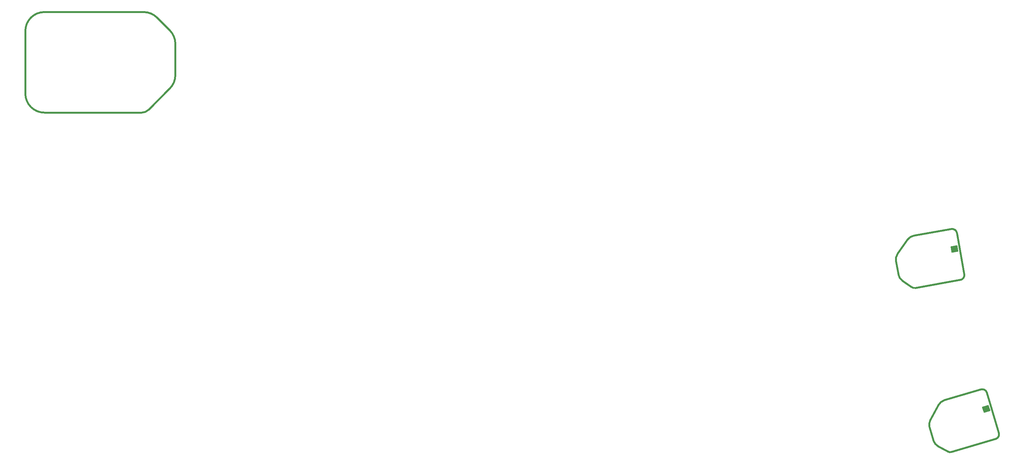
<source format=gbr>
*
G4_C Author: OrCAD GerbTool(tm) 8.1.1 Thu Jun 19 00:37:16 2003*
%LPD*%
%LNstiffbot*%
%FSLAX34Y34*%
%MOIN*%
%AD*%
%AMD26R100*
20,1,0.027000,0.000000,-0.036000,0.000000,0.036000,100.000000*
%
%AMD12R1*
20,1,0.027000,0.035450,0.006250,-0.035450,-0.006250,1.000000*
%
%AMD13R1*
20,1,0.027000,0.035340,0.006870,-0.035340,-0.006870,1.000000*
%
%AMD14R1*
20,1,0.027000,0.035210,0.007490,-0.035210,-0.007490,1.000000*
%
%AMD15R1*
20,1,0.027000,0.035070,0.008100,-0.035070,-0.008100,1.000000*
%
%AMD16R1*
20,1,0.027000,0.034920,0.008710,-0.034920,-0.008710,1.000000*
%
%AMD17R1*
20,1,0.027000,0.034760,0.009320,-0.034760,-0.009320,1.000000*
%
%AMD18R0*
20,1,0.027000,0.034590,0.009930,-0.034590,-0.009930,0.500000*
%
%ADD10C,0.010000*%
%ADD11C,0.020000*%
%ADD12D26R100*%
%ADD13D12R1*%
%ADD14D13R1*%
%ADD15D14R1*%
%ADD16D15R1*%
%ADD17D16R1*%
%ADD18D17R1*%
%ADD19D18R0*%
%ADD26R,0.027000X0.072000*%
G4_C OrCAD GerbTool Tool List *
G54D11*
G1X12898Y50458D2*
G75*
G2X12192Y50165I-707J707D1*
G74*
G1X1974Y50166D2*
G75*
G2X-27Y52167I0J2000D1*
G74*
G1X-27Y58724D1*
G1X1974Y60724D2*
G75*
G3X-27Y58724I0J-2000D1*
G74*
G1X12192Y50166D2*
G1X1974Y50166D1*
G1X1974Y60724D2*
G1X12381Y60724D1*
G75*
G2X13795Y60138I0J-2000D1*
G74*
G1X15130Y58803D1*
G75*
G2X15716Y57389I-1414J-1414D1*
G74*
G1X15716Y54105D1*
G1X15130Y52692D2*
G1X12898Y50458D1*
G1X15716Y54105D2*
G75*
G2X15130Y52692I-1999J0D1*
G74*
G1X97743Y37539D2*
G75*
G3X97164Y37945I-492J-87D1*
G74*
G1X92991Y31850D2*
G75*
G3X93365Y31767I287J410D1*
G74*
G1X98106Y32603D1*
G1X98511Y33182D2*
G1X97743Y37539D1*
G1X98106Y32603D2*
G75*
G3X98511Y33182I-87J492D1*
G74*
G1X92991Y31850D2*
G1X92012Y32536D1*
G75*
G2X91601Y33181I574J819D1*
G74*
G1X91352Y34597D1*
G75*
G2X91517Y35345I985J174D1*
G74*
G1X92561Y36836D1*
G1X93207Y37247D2*
G1X97164Y37945D1*
G1X92561Y36836D2*
G75*
G2X93207Y37247I819J-574D1*
G74*
G54D12*
G1X97508Y35652D3*
G1X97474Y35847D3*
G1X97439Y36043D3*
G1X100886Y20776D2*
G75*
G54D11*
G3X100264Y21114I-479J-142D1*
G74*
G1X96808Y14587D2*
G75*
G3X97189Y14546I239J440D1*
G74*
G1X101805Y15913D1*
G1X102142Y16535D2*
G1X100886Y20776D1*
G1X101805Y15913D2*
G75*
G3X102142Y16535I-142J479D1*
G74*
G1X96808Y14587D2*
G1X95758Y15157D1*
G75*
G2X95277Y15751I477J879D1*
G74*
G1X94868Y17130D1*
G75*
G2X94949Y17892I959J284D1*
G74*
G1X95817Y19491D1*
G1X96412Y19973D2*
G1X100264Y21114D1*
G1X95817Y19491D2*
G75*
G2X96412Y19973I879J-477D1*
G74*
G54D19*
G1X100866Y18875D3*
G1X100810Y19064D3*
G1X100753Y19256D3*
M2*

</source>
